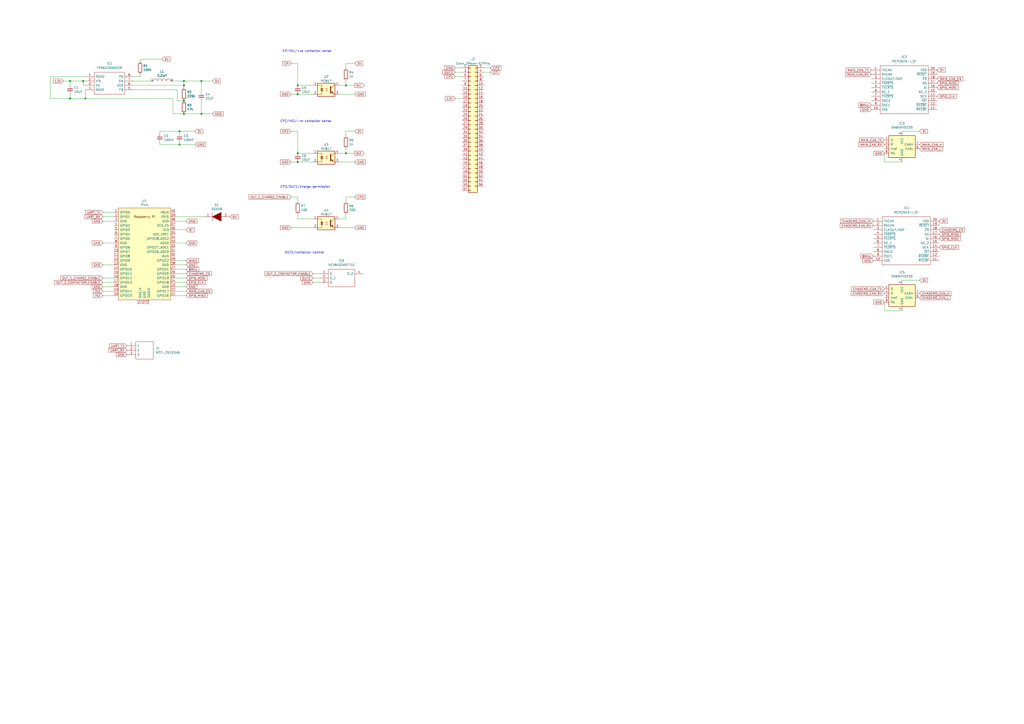
<source format=kicad_sch>
(kicad_sch (version 20230121) (generator eeschema)
  (paper "A2")
  (lib_symbols
    (symbol "Connector:M22-2510346" (pin_names (offset 0.762))
      (property "Reference" "J" (at 16.51 7.62 0))
      (property "Value" "M22-2510346" (at 16.51 5.08 0))
      (symbol "M22-2510346_0_0"
        (pin passive line (at 0 0 0) (length 5.08) (name "1") (number "1"))
        (pin passive line (at 0 -2.54 0) (length 5.08) (name "2") (number "2"))
        (pin passive line (at 0 -5.08 0) (length 5.08) (name "3") (number "3"))
      )
      (symbol "M22-2510346_0_1"
        (polyline (pts (xy 5.08 2.54) (xy 15.24 2.54) (xy 15.24 -7.62) (xy 5.08 -7.62) (xy 5.08 2.54)) (stroke (width 0.1524)))
      )
    )
    (symbol "Connector_Generic:Conn_2Rows-57Pins" (pin_names (offset 1.016) hide)
      (property "Reference" "J" (at 1.27 38.1 0))
      (property "Value" "Conn_2Rows-57Pins" (at 1.27 -38.1 0))
      (symbol "Conn_2Rows-57Pins_1_1"
        (rectangle (start -1.27 -35.433) (end 0 -35.687) (stroke (width 0.1524)))
        (rectangle (start -1.27 -32.893) (end 0 -33.147) (stroke (width 0.1524)))
        (rectangle (start -1.27 -30.353) (end 0 -30.607) (stroke (width 0.1524)))
        (rectangle (start -1.27 -27.813) (end 0 -28.067) (stroke (width 0.1524)))
        (rectangle (start -1.27 -25.273) (end 0 -25.527) (stroke (width 0.1524)))
        (rectangle (start -1.27 -22.733) (end 0 -22.987) (stroke (width 0.1524)))
        (rectangle (start -1.27 -20.193) (end 0 -20.447) (stroke (width 0.1524)))
        (rectangle (start -1.27 -17.653) (end 0 -17.907) (stroke (width 0.1524)))
        (rectangle (start -1.27 -15.113) (end 0 -15.367) (stroke (width 0.1524)))
        (rectangle (start -1.27 -12.573) (end 0 -12.827) (stroke (width 0.1524)))
        (rectangle (start -1.27 -10.033) (end 0 -10.287) (stroke (width 0.1524)))
        (rectangle (start -1.27 -7.493) (end 0 -7.747) (stroke (width 0.1524)))
        (rectangle (start -1.27 -4.953) (end 0 -5.207) (stroke (width 0.1524)))
        (rectangle (start -1.27 -2.413) (end 0 -2.667) (stroke (width 0.1524)))
        (rectangle (start -1.27 0.127) (end 0 -0.127) (stroke (width 0.1524)))
        (rectangle (start -1.27 2.667) (end 0 2.413) (stroke (width 0.1524)))
        (rectangle (start -1.27 5.207) (end 0 4.953) (stroke (width 0.1524)))
        (rectangle (start -1.27 7.747) (end 0 7.493) (stroke (width 0.1524)))
        (rectangle (start -1.27 10.287) (end 0 10.033) (stroke (width 0.1524)))
        (rectangle (start -1.27 12.827) (end 0 12.573) (stroke (width 0.1524)))
        (rectangle (start -1.27 15.367) (end 0 15.113) (stroke (width 0.1524)))
        (rectangle (start -1.27 17.907) (end 0 17.653) (stroke (width 0.1524)))
        (rectangle (start -1.27 20.447) (end 0 20.193) (stroke (width 0.1524)))
        (rectangle (start -1.27 22.987) (end 0 22.733) (stroke (width 0.1524)))
        (rectangle (start -1.27 25.527) (end 0 25.273) (stroke (width 0.1524)))
        (rectangle (start -1.27 28.067) (end 0 27.813) (stroke (width 0.1524)))
        (rectangle (start -1.27 30.607) (end 0 30.353) (stroke (width 0.1524)))
        (rectangle (start -1.27 33.147) (end 0 32.893) (stroke (width 0.1524)))
        (rectangle (start -1.27 35.687) (end 0 35.433) (stroke (width 0.1524)))
        (rectangle (start -1.27 36.83) (end 3.81 -36.83) (stroke (width 0.254)) (fill (type background)))
        (rectangle (start 3.81 -32.893) (end 2.54 -33.147) (stroke (width 0.1524)))
        (rectangle (start 3.81 -30.353) (end 2.54 -30.607) (stroke (width 0.1524)))
        (rectangle (start 3.81 -27.813) (end 2.54 -28.067) (stroke (width 0.1524)))
        (rectangle (start 3.81 -25.273) (end 2.54 -25.527) (stroke (width 0.1524)))
        (rectangle (start 3.81 -22.733) (end 2.54 -22.987) (stroke (width 0.1524)))
        (rectangle (start 3.81 -20.193) (end 2.54 -20.447) (stroke (width 0.1524)))
        (rectangle (start 3.81 -17.653) (end 2.54 -17.907) (stroke (width 0.1524)))
        (rectangle (start 3.81 -15.113) (end 2.54 -15.367) (stroke (width 0.1524)))
        (rectangle (start 3.81 -12.573) (end 2.54 -12.827) (stroke (width 0.1524)))
        (rectangle (start 3.81 -10.033) (end 2.54 -10.287) (stroke (width 0.1524)))
        (rectangle (start 3.81 -7.493) (end 2.54 -7.747) (stroke (width 0.1524)))
        (rectangle (start 3.81 -4.953) (end 2.54 -5.207) (stroke (width 0.1524)))
        (rectangle (start 3.81 -2.413) (end 2.54 -2.667) (stroke (width 0.1524)))
        (rectangle (start 3.81 0.127) (end 2.54 -0.127) (stroke (width 0.1524)))
        (rectangle (start 3.81 2.667) (end 2.54 2.413) (stroke (width 0.1524)))
        (rectangle (start 3.81 5.207) (end 2.54 4.953) (stroke (width 0.1524)))
        (rectangle (start 3.81 7.747) (end 2.54 7.493) (stroke (width 0.1524)))
        (rectangle (start 3.81 10.287) (end 2.54 10.033) (stroke (width 0.1524)))
        (rectangle (start 3.81 12.827) (end 2.54 12.573) (stroke (width 0.1524)))
        (rectangle (start 3.81 15.367) (end 2.54 15.113) (stroke (width 0.1524)))
        (rectangle (start 3.81 17.907) (end 2.54 17.653) (stroke (width 0.1524)))
        (rectangle (start 3.81 20.447) (end 2.54 20.193) (stroke (width 0.1524)))
        (rectangle (start 3.81 22.987) (end 2.54 22.733) (stroke (width 0.1524)))
        (rectangle (start 3.81 25.527) (end 2.54 25.273) (stroke (width 0.1524)))
        (rectangle (start 3.81 28.067) (end 2.54 27.813) (stroke (width 0.1524)))
        (rectangle (start 3.81 30.607) (end 2.54 30.353) (stroke (width 0.1524)))
        (rectangle (start 3.81 33.147) (end 2.54 32.893) (stroke (width 0.1524)))
        (rectangle (start 3.81 35.687) (end 2.54 35.433) (stroke (width 0.1524)))
        (pin passive line (at -5.08 35.56 0) (length 3.81) (name "Pin_1") (number "1"))
        (pin passive line (at 7.62 25.4 180) (length 3.81) (name "Pin_10") (number "10"))
        (pin passive line (at -5.08 22.86 0) (length 3.81) (name "Pin_11") (number "11"))
        (pin passive line (at 7.62 22.86 180) (length 3.81) (name "Pin_12") (number "12"))
        (pin passive line (at -5.08 20.32 0) (length 3.81) (name "Pin_13") (number "13"))
        (pin passive line (at 7.62 20.32 180) (length 3.81) (name "Pin_14") (number "14"))
        (pin passive line (at -5.08 17.78 0) (length 3.81) (name "Pin_15") (number "15"))
        (pin passive line (at 7.62 17.78 180) (length 3.81) (name "Pin_16") (number "16"))
        (pin passive line (at -5.08 15.24 0) (length 3.81) (name "Pin_17") (number "17"))
        (pin passive line (at 7.62 15.24 180) (length 3.81) (name "Pin_18") (number "18"))
        (pin passive line (at -5.08 12.7 0) (length 3.81) (name "Pin_19") (number "19"))
        (pin passive line (at 7.62 35.56 180) (length 3.81) (name "Pin_2") (number "2"))
        (pin passive line (at 7.62 12.7 180) (length 3.81) (name "Pin_20") (number "20"))
        (pin passive line (at -5.08 10.16 0) (length 3.81) (name "Pin_21") (number "21"))
        (pin passive line (at 7.62 10.16 180) (length 3.81) (name "Pin_22") (number "22"))
        (pin passive line (at -5.08 7.62 0) (length 3.81) (name "Pin_23") (number "23"))
        (pin passive line (at 7.62 7.62 180) (length 3.81) (name "Pin_24") (number "24"))
        (pin passive line (at -5.08 5.08 0) (length 3.81) (name "Pin_25") (number "25"))
        (pin passive line (at 7.62 5.08 180) (length 3.81) (name "Pin_26") (number "26"))
        (pin passive line (at -5.08 2.54 0) (length 3.81) (name "Pin_27") (number "27"))
        (pin passive line (at 7.62 2.54 180) (length 3.81) (name "Pin_28") (number "28"))
        (pin passive line (at -5.08 0 0) (length 3.81) (name "Pin_29") (number "29"))
        (pin passive line (at -5.08 33.02 0) (length 3.81) (name "Pin_3") (number "3"))
        (pin passive line (at 7.62 0 180) (length 3.81) (name "Pin_30") (number "30"))
        (pin passive line (at -5.08 -2.54 0) (length 3.81) (name "Pin_31") (number "31"))
        (pin passive line (at 7.62 -2.54 180) (length 3.81) (name "Pin_32") (number "32"))
        (pin passive line (at -5.08 -5.08 0) (length 3.81) (name "Pin_33") (number "33"))
        (pin passive line (at 7.62 -5.08 180) (length 3.81) (name "Pin_34") (number "34"))
        (pin passive line (at -5.08 -7.62 0) (length 3.81) (name "Pin_35") (number "35"))
        (pin passive line (at 7.62 -7.62 180) (length 3.81) (name "Pin_36") (number "36"))
        (pin passive line (at -5.08 -10.16 0) (length 3.81) (name "Pin_37") (number "37"))
        (pin passive line (at 7.62 -10.16 180) (length 3.81) (name "Pin_38") (number "38"))
        (pin passive line (at -5.08 -12.7 0) (length 3.81) (name "Pin_39") (number "39"))
        (pin passive line (at 7.62 33.02 180) (length 3.81) (name "Pin_4") (number "4"))
        (pin passive line (at 7.62 -12.7 180) (length 3.81) (name "Pin_40") (number "40"))
        (pin passive line (at -5.08 -15.24 0) (length 3.81) (name "Pin_41") (number "41"))
        (pin passive line (at 7.62 -15.24 180) (length 3.81) (name "Pin_42") (number "42"))
        (pin passive line (at -5.08 -17.78 0) (length 3.81) (name "Pin_43") (number "43"))
        (pin passive line (at 7.62 -17.78 180) (length 3.81) (name "Pin_44") (number "44"))
        (pin passive line (at -5.08 -20.32 0) (length 3.81) (name "Pin_45") (number "45"))
        (pin passive line (at 7.62 -20.32 180) (length 3.81) (name "Pin_46") (number "46"))
        (pin passive line (at -5.08 -22.86 0) (length 3.81) (name "Pin_47") (number "47"))
        (pin passive line (at 7.62 -22.86 180) (length 3.81) (name "Pin_48") (number "48"))
        (pin passive line (at -5.08 -25.4 0) (length 3.81) (name "Pin_49") (number "49"))
        (pin passive line (at -5.08 30.48 0) (length 3.81) (name "Pin_5") (number "5"))
        (pin passive line (at 7.62 -25.4 180) (length 3.81) (name "Pin_50") (number "50"))
        (pin passive line (at -5.08 -27.94 0) (length 3.81) (name "Pin_51") (number "51"))
        (pin passive line (at 7.62 -27.94 180) (length 3.81) (name "Pin_52") (number "52"))
        (pin passive line (at -5.08 -30.48 0) (length 3.81) (name "Pin_53") (number "53"))
        (pin passive line (at 7.62 -30.48 180) (length 3.81) (name "Pin_54") (number "54"))
        (pin passive line (at -5.08 -33.02 0) (length 3.81) (name "Pin_55") (number "55"))
        (pin passive line (at 7.62 -33.02 180) (length 3.81) (name "Pin_56") (number "56"))
        (pin passive line (at -5.08 -35.56 0) (length 3.81) (name "Pin_57") (number "57"))
        (pin passive line (at 7.62 30.48 180) (length 3.81) (name "Pin_6") (number "6"))
        (pin passive line (at -5.08 27.94 0) (length 3.81) (name "Pin_7") (number "7"))
        (pin passive line (at 7.62 27.94 180) (length 3.81) (name "Pin_8") (number "8"))
        (pin passive line (at -5.08 25.4 0) (length 3.81) (name "Pin_9") (number "9"))
      )
    )
    (symbol "Device:C_Small" (pin_numbers hide) (pin_names (offset 0.254) hide)
      (property "Reference" "C" (at 0.254 1.778 0))
      (property "Value" "C_Small" (at 0.254 -2.032 0))
      (symbol "C_Small_0_1"
        (polyline (pts (xy -1.524 -0.508) (xy 1.524 -0.508)) (stroke (width 0.3302)))
        (polyline (pts (xy -1.524 0.508) (xy 1.524 0.508)) (stroke (width 0.3048)))
      )
      (symbol "C_Small_1_1"
        (pin passive line (at 0 2.54 270) (length 2.032) (name "~") (number "1"))
        (pin passive line (at 0 -2.54 90) (length 2.032) (name "~") (number "2"))
      )
    )
    (symbol "Device:R" (pin_numbers hide) (pin_names (offset 0))
      (property "Reference" "R" (at 2.032 0 90))
      (property "Value" "R" (at 0 0 90))
      (symbol "R_0_1"
        (rectangle (start -1.016 -2.54) (end 1.016 2.54) (stroke (width 0.254)))
      )
      (symbol "R_1_1"
        (pin passive line (at 0 3.81 270) (length 1.27) (name "~") (number "1"))
        (pin passive line (at 0 -3.81 90) (length 1.27) (name "~") (number "2"))
      )
    )
    (symbol "Diode:SS54B" (pin_names (offset 0.762))
      (property "Reference" "D" (at 11.43 5.08 0))
      (property "Value" "Diode_SS54B" (at 11.43 2.54 0))
      (symbol "SS54B_0_0"
        (pin passive line (at 0 0 0) (length 5.08) (name "~") (number "1"))
        (pin passive line (at 15.24 0 180) (length 5.08) (name "~") (number "2"))
      )
      (symbol "SS54B_0_1"
        (polyline (pts (xy 5.08 2.54) (xy 5.08 -2.54)) (stroke (width 0.1524)))
        (polyline (pts (xy 5.08 0) (xy 10.16 2.54) (xy 10.16 -2.54) (xy 5.08 0)) (stroke (width 0.254)) (fill (type outline)))
      )
    )
    (symbol "Interface_CAN_LIN:SN65HVD230" (pin_names (offset 1.016))
      (property "Reference" "U" (at -2.54 10.16 0))
      (property "Value" "SN65HVD230" (at -2.54 7.62 0))
      (symbol "SN65HVD230_0_1"
        (rectangle (start -7.62 5.08) (end 7.62 -7.62) (stroke (width 0.254)) (fill (type background)))
      )
      (symbol "SN65HVD230_1_1"
        (pin input line (at -10.16 2.54 0) (length 2.54) (name "D") (number "1"))
        (pin power_in line (at 0 -10.16 90) (length 2.54) (name "GND") (number "2"))
        (pin power_in line (at 0 7.62 270) (length 2.54) (name "VCC") (number "3"))
        (pin output line (at -10.16 0 0) (length 2.54) (name "R") (number "4"))
        (pin output line (at -10.16 -2.54 0) (length 2.54) (name "Vref") (number "5"))
        (pin bidirectional line (at 10.16 -2.54 180) (length 2.54) (name "CANL") (number "6"))
        (pin bidirectional line (at 10.16 0 180) (length 2.54) (name "CANH") (number "7"))
        (pin input line (at -10.16 -5.08 0) (length 2.54) (name "Rs") (number "8"))
      )
    )
    (symbol "Isolator:PC817" (pin_names (offset 1.016))
      (property "Reference" "U" (at -5.08 5.08 0))
      (property "Value" "PC817" (at 0 5.08 0))
      (symbol "PC817_0_1"
        (rectangle (start -5.08 3.81) (end 5.08 -3.81) (stroke (width 0.254)) (fill (type background)))
        (polyline (pts (xy -3.175 -0.635) (xy -1.905 -0.635)) (stroke (width 0.254)))
        (polyline (pts (xy 2.54 0.635) (xy 4.445 2.54)))
        (polyline (pts (xy 4.445 -2.54) (xy 2.54 -0.635)) (fill (type outline)))
        (polyline (pts (xy 4.445 -2.54) (xy 5.08 -2.54)))
        (polyline (pts (xy 4.445 2.54) (xy 5.08 2.54)))
        (polyline (pts (xy -5.08 2.54) (xy -2.54 2.54) (xy -2.54 -0.635)))
        (polyline (pts (xy -2.54 -0.635) (xy -2.54 -2.54) (xy -5.08 -2.54)))
        (polyline (pts (xy 2.54 1.905) (xy 2.54 -1.905) (xy 2.54 -1.905)) (stroke (width 0.508)))
        (polyline (pts (xy -2.54 -0.635) (xy -3.175 0.635) (xy -1.905 0.635) (xy -2.54 -0.635)) (stroke (width 0.254)))
        (polyline (pts (xy -0.508 -0.508) (xy 0.762 -0.508) (xy 0.381 -0.635) (xy 0.381 -0.381) (xy 0.762 -0.508)))
        (polyline (pts (xy -0.508 0.508) (xy 0.762 0.508) (xy 0.381 0.381) (xy 0.381 0.635) (xy 0.762 0.508)))
        (polyline (pts (xy 3.048 -1.651) (xy 3.556 -1.143) (xy 4.064 -2.159) (xy 3.048 -1.651) (xy 3.048 -1.651)) (fill (type outline)))
      )
      (symbol "PC817_1_1"
        (pin passive line (at -7.62 2.54 0) (length 2.54) (name "~") (number "1"))
        (pin passive line (at -7.62 -2.54 0) (length 2.54) (name "~") (number "2"))
        (pin passive line (at 7.62 -2.54 180) (length 2.54) (name "~") (number "3"))
        (pin passive line (at 7.62 2.54 180) (length 2.54) (name "~") (number "4"))
      )
    )
    (symbol "MCU_Module:MCP2515-I_ST" (pin_names (offset 0.762))
      (property "Reference" "IC" (at 34.29 7.62 0))
      (property "Value" "MCP2515-I_ST" (at 34.29 5.08 0))
      (symbol "MCP2515-I_ST_0_0"
        (pin passive line (at 0 0 0) (length 5.08) (name "TXCAN") (number "1"))
        (pin passive line (at 0 -22.86 0) (length 5.08) (name "VSS") (number "10"))
        (pin passive line (at 38.1 -22.86 180) (length 5.08) (name "~{RX1BF}") (number "11"))
        (pin passive line (at 38.1 -20.32 180) (length 5.08) (name "~{RX0BF}") (number "12"))
        (pin passive line (at 38.1 -17.78 180) (length 5.08) (name "~{INT}") (number "13"))
        (pin passive line (at 38.1 -15.24 180) (length 5.08) (name "SCK") (number "14"))
        (pin passive line (at 38.1 -12.7 180) (length 5.08) (name "NC_2") (number "15"))
        (pin passive line (at 38.1 -10.16 180) (length 5.08) (name "SI") (number "16"))
        (pin passive line (at 38.1 -7.62 180) (length 5.08) (name "SO") (number "17"))
        (pin passive line (at 38.1 -5.08 180) (length 5.08) (name "~{CS}") (number "18"))
        (pin passive line (at 38.1 -2.54 180) (length 5.08) (name "~{RESET}") (number "19"))
        (pin passive line (at 0 -2.54 0) (length 5.08) (name "RXCAN") (number "2"))
        (pin passive line (at 38.1 0 180) (length 5.08) (name "VDD") (number "20"))
        (pin passive line (at 0 -5.08 0) (length 5.08) (name "CLKOUT/SOF") (number "3"))
        (pin passive line (at 0 -7.62 0) (length 5.08) (name "~{TX0RTS}") (number "4"))
        (pin passive line (at 0 -10.16 0) (length 5.08) (name "~{TX1RTS}") (number "5"))
        (pin passive line (at 0 -12.7 0) (length 5.08) (name "NC_1") (number "6"))
        (pin passive line (at 0 -15.24 0) (length 5.08) (name "~{TX2RTS}") (number "7"))
        (pin passive line (at 0 -17.78 0) (length 5.08) (name "OSC2") (number "8"))
        (pin passive line (at 0 -20.32 0) (length 5.08) (name "OSC1") (number "9"))
      )
      (symbol "MCP2515-I_ST_0_1"
        (polyline (pts (xy 5.08 2.54) (xy 33.02 2.54) (xy 33.02 -25.4) (xy 5.08 -25.4) (xy 5.08 2.54)) (stroke (width 0.1524)))
      )
    )
    (symbol "MCU_Module:Pico" (pin_names (offset 1.016))
      (property "Reference" "U" (at -13.97 27.94 0))
      (property "Value" "MCU_Module_Pico" (at 0 19.05 0))
      (symbol "Pico_0_0"
        (text "Raspberry Pi" (at 0 21.59 0) (effects (font (size 1.27 1.27))))
      )
      (symbol "Pico_0_1"
        (rectangle (start -15.24 26.67) (end 15.24 -26.67) (fill (type background)))
      )
      (symbol "Pico_1_1"
        (pin bidirectional line (at -17.78 24.13 0) (length 2.54) (name "GPIO0") (number "1"))
        (pin bidirectional line (at -17.78 1.27 0) (length 2.54) (name "GPIO7") (number "10"))
        (pin bidirectional line (at -17.78 -1.27 0) (length 2.54) (name "GPIO8") (number "11"))
        (pin bidirectional line (at -17.78 -3.81 0) (length 2.54) (name "GPIO9") (number "12"))
        (pin power_in line (at -17.78 -6.35 0) (length 2.54) (name "GND") (number "13"))
        (pin bidirectional line (at -17.78 -8.89 0) (length 2.54) (name "GPIO10") (number "14"))
        (pin bidirectional line (at -17.78 -11.43 0) (length 2.54) (name "GPIO11") (number "15"))
        (pin bidirectional line (at -17.78 -13.97 0) (length 2.54) (name "GPIO12") (number "16"))
        (pin bidirectional line (at -17.78 -16.51 0) (length 2.54) (name "GPIO13") (number "17"))
        (pin power_in line (at -17.78 -19.05 0) (length 2.54) (name "GND") (number "18"))
        (pin bidirectional line (at -17.78 -21.59 0) (length 2.54) (name "GPIO14") (number "19"))
        (pin bidirectional line (at -17.78 21.59 0) (length 2.54) (name "GPIO1") (number "2"))
        (pin bidirectional line (at -17.78 -24.13 0) (length 2.54) (name "GPIO15") (number "20"))
        (pin bidirectional line (at 17.78 -24.13 180) (length 2.54) (name "GPIO16") (number "21"))
        (pin bidirectional line (at 17.78 -21.59 180) (length 2.54) (name "GPIO17") (number "22"))
        (pin power_in line (at 17.78 -19.05 180) (length 2.54) (name "GND") (number "23"))
        (pin bidirectional line (at 17.78 -16.51 180) (length 2.54) (name "GPIO18") (number "24"))
        (pin bidirectional line (at 17.78 -13.97 180) (length 2.54) (name "GPIO19") (number "25"))
        (pin bidirectional line (at 17.78 -11.43 180) (length 2.54) (name "GPIO20") (number "26"))
        (pin bidirectional line (at 17.78 -8.89 180) (length 2.54) (name "GPIO21") (number "27"))
        (pin power_in line (at 17.78 -6.35 180) (length 2.54) (name "GND") (number "28"))
        (pin bidirectional line (at 17.78 -3.81 180) (length 2.54) (name "GPIO22") (number "29"))
        (pin power_in line (at -17.78 19.05 0) (length 2.54) (name "GND") (number "3"))
        (pin input line (at 17.78 -1.27 180) (length 2.54) (name "RUN") (number "30"))
        (pin bidirectional line (at 17.78 1.27 180) (length 2.54) (name "GPIO26_ADC0") (number "31"))
        (pin bidirectional line (at 17.78 3.81 180) (length 2.54) (name "GPIO27_ADC1") (number "32"))
        (pin power_in line (at 17.78 6.35 180) (length 2.54) (name "AGND") (number "33"))
        (pin bidirectional line (at 17.78 8.89 180) (length 2.54) (name "GPIO28_ADC2") (number "34"))
        (pin unspecified line (at 17.78 11.43 180) (length 2.54) (name "ADC_VREF") (number "35"))
        (pin unspecified line (at 17.78 13.97 180) (length 2.54) (name "3V3") (number "36"))
        (pin input line (at 17.78 16.51 180) (length 2.54) (name "3V3_EN") (number "37"))
        (pin bidirectional line (at 17.78 19.05 180) (length 2.54) (name "GND") (number "38"))
        (pin unspecified line (at 17.78 21.59 180) (length 2.54) (name "VSYS") (number "39"))
        (pin bidirectional line (at -17.78 16.51 0) (length 2.54) (name "GPIO2") (number "4"))
        (pin unspecified line (at 17.78 24.13 180) (length 2.54) (name "VBUS") (number "40"))
        (pin input line (at -2.54 -29.21 90) (length 2.54) (name "SWCLK") (number "41"))
        (pin power_in line (at 0 -29.21 90) (length 2.54) (name "GND") (number "42"))
        (pin bidirectional line (at 2.54 -29.21 90) (length 2.54) (name "SWDIO") (number "43"))
        (pin bidirectional line (at -17.78 13.97 0) (length 2.54) (name "GPIO3") (number "5"))
        (pin bidirectional line (at -17.78 11.43 0) (length 2.54) (name "GPIO4") (number "6"))
        (pin bidirectional line (at -17.78 8.89 0) (length 2.54) (name "GPIO5") (number "7"))
        (pin power_in line (at -17.78 6.35 0) (length 2.54) (name "GND") (number "8"))
        (pin bidirectional line (at -17.78 3.81 0) (length 2.54) (name "GPIO6") (number "9"))
      )
    )
    (symbol "Transistor_FET:NCV8402ASTT1G" (pin_names (offset 0.762))
      (property "Reference" "IC" (at 21.59 7.62 0))
      (property "Value" "NCV8402ASTT1G" (at 21.59 5.08 0))
      (symbol "NCV8402ASTT1G_0_0"
        (pin passive line (at 0 0 0) (length 5.08) (name "G") (number "1"))
        (pin passive line (at 0 -2.54 0) (length 5.08) (name "D_1") (number "2"))
        (pin passive line (at 0 -5.08 0) (length 5.08) (name "S") (number "3"))
        (pin passive line (at 25.4 0 180) (length 5.08) (name "D_2") (number "4"))
      )
      (symbol "NCV8402ASTT1G_0_1"
        (polyline (pts (xy 5.08 2.54) (xy 20.32 2.54) (xy 20.32 -7.62) (xy 5.08 -7.62) (xy 5.08 2.54)) (stroke (width 0.1524)))
      )
    )
    (symbol "power:TPS62160DGKR" (pin_names (offset 0.762))
      (property "Reference" "IC" (at 24.13 7.62 0))
      (property "Value" "TPS62160DGKR" (at 24.13 5.08 0))
      (symbol "TPS62160DGKR_0_0"
        (pin passive line (at 0 0 0) (length 5.08) (name "PGND") (number "1"))
        (pin passive line (at 0 -2.54 0) (length 5.08) (name "VIN") (number "2"))
        (pin passive line (at 0 -5.08 0) (length 5.08) (name "EN") (number "3"))
        (pin passive line (at 0 -7.62 0) (length 5.08) (name "AGND") (number "4"))
        (pin passive line (at 27.94 -7.62 180) (length 5.08) (name "FB") (number "5"))
        (pin passive line (at 27.94 -5.08 180) (length 5.08) (name "VOS") (number "6"))
        (pin passive line (at 27.94 -2.54 180) (length 5.08) (name "SW") (number "7"))
        (pin passive line (at 27.94 0 180) (length 5.08) (name "PG") (number "8"))
      )
      (symbol "TPS62160DGKR_0_1"
        (polyline (pts (xy 5.08 2.54) (xy 22.86 2.54) (xy 22.86 -10.16) (xy 5.08 -10.16) (xy 5.08 2.54)) (stroke (width 0.1524)))
      )
    )
    (symbol "pspice:INDUCTOR" (pin_numbers hide) (pin_names (offset 0))
      (property "Reference" "L" (at 0 2.54 0))
      (property "Value" "INDUCTOR" (at 0 -1.27 0))
      (symbol "INDUCTOR_0_1"
        (arc (start -2.54 0) (mid -3.81 1.2645) (end -5.08 0))
        (arc (start 0 0) (mid -1.27 1.2645) (end -2.54 0))
        (arc (start 2.54 0) (mid 1.27 1.2645) (end 0 0))
        (arc (start 5.08 0) (mid 3.81 1.2645) (end 2.54 0))
      )
      (symbol "INDUCTOR_1_1"
        (pin input line (at -6.35 0 0) (length 1.27) (name "1") (number "1"))
        (pin input line (at 6.35 0 180) (length 1.27) (name "2") (number "2"))
      )
    )
  )
  (junction (at 200.66 88.9))
  (junction (at 40.64 46.99))
  (junction (at 106.68 66.04))
  (junction (at 106.68 58.42))
  (junction (at 200.66 49.53))
  (junction (at 48.26 46.99))
  (junction (at 172.72 93.98))
  (junction (at 40.64 57.15))
  (junction (at 116.84 46.99))
  (junction (at 106.68 46.99))
  (junction (at 172.72 88.9))
  (junction (at 106.68 49.53))
  (junction (at 49.53 57.15))
  (junction (at 116.84 66.04))
  (junction (at 104.14 76.2))
  (junction (at 172.72 49.53))
  (junction (at 172.72 54.61))
  (junction (at 104.14 83.82))
  (wire (pts (xy 107.95 133.35) (xy 101.6 133.35)))
  (wire (pts (xy 200.66 86.36) (xy 200.66 88.9)))
  (wire (pts (xy 107.95 166.37) (xy 101.6 166.37)))
  (wire (pts (xy 59.69 140.97) (xy 66.04 140.97)))
  (wire (pts (xy 104.14 82.55) (xy 104.14 83.82)))
  (wire (pts (xy 48.26 46.99) (xy 48.26 49.53)))
  (wire (pts (xy 81.28 34.29) (xy 81.28 35.56)))
  (wire (pts (xy 200.66 49.53) (xy 205.74 49.53)))
  (wire (pts (xy 200.66 114.3) (xy 200.66 116.84)))
  (wire (pts (xy 116.84 46.99) (xy 116.84 53.34)))
  (wire (pts (xy 523.24 162.56) (xy 533.4 162.56)))
  (wire (pts (xy 107.95 153.67) (xy 101.6 153.67)))
  (wire (pts (xy 40.64 54.61) (xy 40.64 57.15)))
  (wire (pts (xy 59.69 123.19) (xy 66.04 123.19)))
  (wire (pts (xy 92.71 83.82) (xy 92.71 82.55)))
  (wire (pts (xy 106.68 46.99) (xy 116.84 46.99)))
  (wire (pts (xy 205.74 54.61) (xy 196.85 54.61)))
  (wire (pts (xy 106.68 46.99) (xy 100.33 46.99)))
  (wire (pts (xy 107.95 156.21) (xy 101.6 156.21)))
  (wire (pts (xy 107.95 168.91) (xy 101.6 168.91)))
  (wire (pts (xy 172.72 114.3) (xy 172.72 116.84)))
  (wire (pts (xy 168.91 36.83) (xy 172.72 36.83)))
  (wire (pts (xy 172.72 49.53) (xy 181.61 49.53)))
  (wire (pts (xy 106.68 66.04) (xy 116.84 66.04)))
  (wire (pts (xy 172.72 36.83) (xy 172.72 49.53)))
  (wire (pts (xy 168.91 114.3) (xy 172.72 114.3)))
  (wire (pts (xy 106.68 49.53) (xy 106.68 46.99)))
  (wire (pts (xy 172.72 93.98) (xy 181.61 93.98)))
  (wire (pts (xy 106.68 50.8) (xy 106.68 49.53)))
  (wire (pts (xy 116.84 66.04) (xy 116.84 58.42)))
  (wire (pts (xy 100.33 57.15) (xy 100.33 66.04)))
  (wire (pts (xy 104.14 83.82) (xy 92.71 83.82)))
  (wire (pts (xy 59.69 168.91) (xy 66.04 168.91)))
  (wire (pts (xy 49.53 57.15) (xy 49.53 52.07)))
  (wire (pts (xy 172.72 88.9) (xy 181.61 88.9)))
  (wire (pts (xy 200.66 127) (xy 196.85 127)))
  (wire (pts (xy 205.74 132.08) (xy 196.85 132.08)))
  (wire (pts (xy 59.69 171.45) (xy 66.04 171.45)))
  (wire (pts (xy 100.33 66.04) (xy 106.68 66.04)))
  (wire (pts (xy 168.91 132.08) (xy 181.61 132.08)))
  (wire (pts (xy 40.64 57.15) (xy 49.53 57.15)))
  (wire (pts (xy 168.91 54.61) (xy 172.72 54.61)))
  (wire (pts (xy 40.64 46.99) (xy 48.26 46.99)))
  (wire (pts (xy 200.66 114.3) (xy 205.74 114.3)))
  (wire (pts (xy 107.95 158.75) (xy 101.6 158.75)))
  (wire (pts (xy 264.16 44.45) (xy 267.97 44.45)))
  (wire (pts (xy 49.53 44.45) (xy 29.21 44.45)))
  (wire (pts (xy 200.66 49.53) (xy 196.85 49.53)))
  (wire (pts (xy 29.21 57.15) (xy 40.64 57.15)))
  (wire (pts (xy 29.21 44.45) (xy 29.21 57.15)))
  (wire (pts (xy 59.69 153.67) (xy 66.04 153.67)))
  (wire (pts (xy 544.83 128.27) (xy 544.83 130.81)))
  (wire (pts (xy 172.72 54.61) (xy 181.61 54.61)))
  (wire (pts (xy 200.66 88.9) (xy 196.85 88.9)))
  (wire (pts (xy 513.08 180.34) (xy 513.08 175.26)))
  (wire (pts (xy 523.24 180.34) (xy 513.08 180.34)))
  (wire (pts (xy 264.16 39.37) (xy 267.97 39.37)))
  (wire (pts (xy 168.91 76.2) (xy 172.72 76.2)))
  (wire (pts (xy 116.84 66.04) (xy 123.19 66.04)))
  (wire (pts (xy 200.66 88.9) (xy 205.74 88.9)))
  (wire (pts (xy 107.95 128.27) (xy 101.6 128.27)))
  (wire (pts (xy 101.6 125.73) (xy 118.11 125.73)))
  (wire (pts (xy 107.95 161.29) (xy 101.6 161.29)))
  (wire (pts (xy 59.69 125.73) (xy 66.04 125.73)))
  (wire (pts (xy 36.83 46.99) (xy 40.64 46.99)))
  (wire (pts (xy 77.47 49.53) (xy 106.68 49.53)))
  (wire (pts (xy 181.61 163.83) (xy 185.42 163.83)))
  (wire (pts (xy 200.66 36.83) (xy 205.74 36.83)))
  (wire (pts (xy 284.48 39.37) (xy 280.67 39.37)))
  (wire (pts (xy 104.14 76.2) (xy 113.03 76.2)))
  (wire (pts (xy 172.72 127) (xy 181.61 127)))
  (wire (pts (xy 59.69 163.83) (xy 66.04 163.83)))
  (wire (pts (xy 48.26 49.53) (xy 49.53 49.53)))
  (wire (pts (xy 172.72 76.2) (xy 172.72 88.9)))
  (wire (pts (xy 104.14 77.47) (xy 104.14 76.2)))
  (wire (pts (xy 172.72 124.46) (xy 172.72 127)))
  (wire (pts (xy 200.66 76.2) (xy 200.66 78.74)))
  (wire (pts (xy 107.95 151.13) (xy 101.6 151.13)))
  (wire (pts (xy 543.56 40.64) (xy 543.56 43.18)))
  (wire (pts (xy 77.47 52.07) (xy 102.87 52.07)))
  (wire (pts (xy 77.47 46.99) (xy 87.63 46.99)))
  (wire (pts (xy 59.69 166.37) (xy 66.04 166.37)))
  (wire (pts (xy 205.74 93.98) (xy 196.85 93.98)))
  (wire (pts (xy 181.61 161.29) (xy 185.42 161.29)))
  (wire (pts (xy 49.53 57.15) (xy 100.33 57.15)))
  (wire (pts (xy 48.26 46.99) (xy 49.53 46.99)))
  (wire (pts (xy 200.66 36.83) (xy 200.66 39.37)))
  (wire (pts (xy 93.98 34.29) (xy 81.28 34.29)))
  (wire (pts (xy 264.16 57.15) (xy 267.97 57.15)))
  (wire (pts (xy 92.71 76.2) (xy 104.14 76.2)))
  (wire (pts (xy 513.08 93.98) (xy 513.08 88.9)))
  (wire (pts (xy 200.66 124.46) (xy 200.66 127)))
  (wire (pts (xy 523.24 93.98) (xy 513.08 93.98)))
  (wire (pts (xy 264.16 41.91) (xy 267.97 41.91)))
  (wire (pts (xy 168.91 93.98) (xy 172.72 93.98)))
  (wire (pts (xy 102.87 52.07) (xy 102.87 58.42)))
  (wire (pts (xy 116.84 46.99) (xy 123.19 46.99)))
  (wire (pts (xy 107.95 171.45) (xy 101.6 171.45)))
  (wire (pts (xy 284.48 41.91) (xy 280.67 41.91)))
  (wire (pts (xy 92.71 77.47) (xy 92.71 76.2)))
  (wire (pts (xy 181.61 158.75) (xy 185.42 158.75)))
  (wire (pts (xy 81.28 44.45) (xy 81.28 43.18)))
  (wire (pts (xy 59.69 128.27) (xy 66.04 128.27)))
  (wire (pts (xy 200.66 46.99) (xy 200.66 49.53)))
  (wire (pts (xy 523.24 76.2) (xy 533.4 76.2)))
  (wire (pts (xy 102.87 58.42) (xy 106.68 58.42)))
  (wire (pts (xy 107.95 140.97) (xy 101.6 140.97)))
  (wire (pts (xy 200.66 76.2) (xy 205.74 76.2)))
  (wire (pts (xy 107.95 163.83) (xy 101.6 163.83)))
  (wire (pts (xy 77.47 44.45) (xy 81.28 44.45)))
  (wire (pts (xy 40.64 49.53) (xy 40.64 46.99)))
  (wire (pts (xy 113.03 83.82) (xy 104.14 83.82)))
  (wire (pts (xy 59.69 161.29) (xy 66.04 161.29)))
  (text "CP/IN1/+ve contactor sense" (at 163.83 30.48 0) (effects (font (size 1.27 1.27)) (justify left bottom)))
  (text "OUT2/contactor control" (at 165.1 147.32 0) (effects (font (size 1.27 1.27)) (justify left bottom)))
  (text "CP3/OUT1/charge permission" (at 162.56 109.22 0) (effects (font (size 1.27 1.27)) (justify left bottom)))
  (text "CP2/IN2/-ve contactor sense" (at 162.56 71.12 0) (effects (font (size 1.27 1.27)) (justify left bottom)))
  (global_label "UART_RX" (shape input) (at 73.66 203.2 180) (property "Intersheetrefs" "${INTERSHEET_REFS}" (effects hide)))
  (global_label "SPI0_MISO" (shape input) (at 544.83 135.89 0) (property "Intersheetrefs" "${INTERSHEET_REFS}" (effects hide)))
  (global_label "GND" (shape input) (at 107.95 128.27 0) (property "Intersheetrefs" "${INTERSHEET_REFS}" (effects hide)))
  (global_label "5V" (shape input) (at 133.35 125.73 0) (property "Intersheetrefs" "${INTERSHEET_REFS}" (effects hide)))
  (global_label "GND" (shape input) (at 513.08 175.26 180) (property "Intersheetrefs" "${INTERSHEET_REFS}" (effects hide)))
  (global_label "IN2" (shape input) (at 59.69 171.45 180) (property "Intersheetrefs" "${INTERSHEET_REFS}" (effects hide)))
  (global_label "MAIN_CAN_TX" (shape input) (at 505.46 40.64 180) (property "Intersheetrefs" "${INTERSHEET_REFS}" (effects hide)))
  (global_label "GND" (shape input) (at 123.19 66.04 0) (property "Intersheetrefs" "${INTERSHEET_REFS}" (effects hide)))
  (global_label "CP" (shape input) (at 284.48 41.91 0) (property "Intersheetrefs" "${INTERSHEET_REFS}" (effects hide)))
  (global_label "3V" (shape input) (at 544.83 128.27 0) (property "Intersheetrefs" "${INTERSHEET_REFS}" (effects hide)))
  (global_label "OUT_1_CHARGE_ENABLE" (shape input) (at 168.91 114.3 180) (property "Intersheetrefs" "${INTERSHEET_REFS}" (effects hide)))
  (global_label "CP2" (shape input) (at 168.91 76.2 180) (property "Intersheetrefs" "${INTERSHEET_REFS}" (effects hide)))
  (global_label "CP" (shape input) (at 168.91 36.83 180) (property "Intersheetrefs" "${INTERSHEET_REFS}" (effects hide)))
  (global_label "MAIN_CAN_RX" (shape input) (at 513.08 83.82 180) (property "Intersheetrefs" "${INTERSHEET_REFS}" (effects hide)))
  (global_label "CHADEMO_CS" (shape input) (at 544.83 133.35 0) (property "Intersheetrefs" "${INTERSHEET_REFS}" (effects hide)))
  (global_label "5V" (shape input) (at 93.98 34.29 0) (property "Intersheetrefs" "${INTERSHEET_REFS}" (effects hide)))
  (global_label "IN1" (shape input) (at 59.69 168.91 180) (property "Intersheetrefs" "${INTERSHEET_REFS}" (effects hide)))
  (global_label "GND" (shape input) (at 205.74 54.61 0) (property "Intersheetrefs" "${INTERSHEET_REFS}" (effects hide)))
  (global_label "IN1" (shape output) (at 205.74 49.53 0) (property "Intersheetrefs" "${INTERSHEET_REFS}" (effects hide)))
  (global_label "GND" (shape input) (at 264.16 39.37 180) (property "Intersheetrefs" "${INTERSHEET_REFS}" (effects hide)))
  (global_label "GND" (shape input) (at 59.69 153.67 180) (property "Intersheetrefs" "${INTERSHEET_REFS}" (effects hide)))
  (global_label "SPI0_MISO" (shape input) (at 107.95 171.45 0) (property "Intersheetrefs" "${INTERSHEET_REFS}" (effects hide)))
  (global_label "OUT_2_CONTACTOR_ENABLE" (shape input) (at 59.69 163.83 180) (property "Intersheetrefs" "${INTERSHEET_REFS}" (effects hide)))
  (global_label "GND" (shape input) (at 113.03 83.82 0) (property "Intersheetrefs" "${INTERSHEET_REFS}" (effects hide)))
  (global_label "CHADEMO_CAN_L" (shape input) (at 533.4 172.72 0) (property "Intersheetrefs" "${INTERSHEET_REFS}" (effects hide)))
  (global_label "MAIN_CAN_CS" (shape input) (at 543.56 45.72 0) (property "Intersheetrefs" "${INTERSHEET_REFS}" (effects hide)))
  (global_label "CHADEMO_CAN_RX" (shape input) (at 506.73 130.81 180) (property "Intersheetrefs" "${INTERSHEET_REFS}" (effects hide)))
  (global_label "GND" (shape input) (at 107.95 166.37 0) (property "Intersheetrefs" "${INTERSHEET_REFS}" (effects hide)))
  (global_label "CHADEMO_CAN_TX" (shape input) (at 513.08 167.64 180) (property "Intersheetrefs" "${INTERSHEET_REFS}" (effects hide)))
  (global_label "12V" (shape input) (at 36.83 46.99 180) (property "Intersheetrefs" "${INTERSHEET_REFS}" (effects hide)))
  (global_label "OUT_1_CHARGE_ENABLE" (shape input) (at 59.69 161.29 180) (property "Intersheetrefs" "${INTERSHEET_REFS}" (effects hide)))
  (global_label "GND" (shape input) (at 205.74 93.98 0) (property "Intersheetrefs" "${INTERSHEET_REFS}" (effects hide)))
  (global_label "MAIN_CAN_RX" (shape input) (at 505.46 43.18 180) (property "Intersheetrefs" "${INTERSHEET_REFS}" (effects hide)))
  (global_label "IN2" (shape output) (at 205.74 88.9 0) (property "Intersheetrefs" "${INTERSHEET_REFS}" (effects hide)))
  (global_label "GND" (shape input) (at 168.91 132.08 180) (property "Intersheetrefs" "${INTERSHEET_REFS}" (effects hide)))
  (global_label "CHADEMO_CS" (shape input) (at 107.95 158.75 0) (property "Intersheetrefs" "${INTERSHEET_REFS}" (effects hide)))
  (global_label "SPI0_MOSI" (shape input) (at 544.83 138.43 0) (property "Intersheetrefs" "${INTERSHEET_REFS}" (effects hide)))
  (global_label "CP3" (shape input) (at 284.48 39.37 0) (property "Intersheetrefs" "${INTERSHEET_REFS}" (effects hide)))
  (global_label "GND" (shape input) (at 59.69 140.97 180) (property "Intersheetrefs" "${INTERSHEET_REFS}" (effects hide)))
  (global_label "GND" (shape input) (at 506.73 151.13 180) (property "Intersheetrefs" "${INTERSHEET_REFS}" (effects hide)))
  (global_label "SPI0_MOSI" (shape input) (at 107.95 161.29 0) (property "Intersheetrefs" "${INTERSHEET_REFS}" (effects hide)))
  (global_label "8MHz" (shape input) (at 505.46 60.96 180) (property "Intersheetrefs" "${INTERSHEET_REFS}" (effects hide)))
  (global_label "8MHz" (shape input) (at 506.73 148.59 180) (property "Intersheetrefs" "${INTERSHEET_REFS}" (effects hide)))
  (global_label "MAIN_CAN_TX" (shape input) (at 513.08 81.28 180) (property "Intersheetrefs" "${INTERSHEET_REFS}" (effects hide)))
  (global_label "CHADEMO_CAN_RX" (shape input) (at 513.08 170.18 180) (property "Intersheetrefs" "${INTERSHEET_REFS}" (effects hide)))
  (global_label "3V" (shape input) (at 113.03 76.2 0) (property "Intersheetrefs" "${INTERSHEET_REFS}" (effects hide)))
  (global_label "MAIN_CAN_H" (shape input) (at 533.4 83.82 0) (property "Intersheetrefs" "${INTERSHEET_REFS}" (effects hide)))
  (global_label "CHADEMO_CAN_TX" (shape input) (at 506.73 128.27 180) (property "Intersheetrefs" "${INTERSHEET_REFS}" (effects hide)))
  (global_label "CP2" (shape input) (at 264.16 44.45 180) (property "Intersheetrefs" "${INTERSHEET_REFS}" (effects hide)))
  (global_label "SPI0_MISO" (shape input) (at 543.56 48.26 0) (property "Intersheetrefs" "${INTERSHEET_REFS}" (effects hide)))
  (global_label "GND" (shape input) (at 59.69 166.37 180) (property "Intersheetrefs" "${INTERSHEET_REFS}" (effects hide)))
  (global_label "GND" (shape input) (at 505.46 63.5 180) (property "Intersheetrefs" "${INTERSHEET_REFS}" (effects hide)))
  (global_label "3V" (shape input) (at 107.95 133.35 0) (property "Intersheetrefs" "${INTERSHEET_REFS}" (effects hide)))
  (global_label "OUT2" (shape input) (at 264.16 41.91 180) (property "Intersheetrefs" "${INTERSHEET_REFS}" (effects hide)))
  (global_label "GND" (shape input) (at 168.91 54.61 180) (property "Intersheetrefs" "${INTERSHEET_REFS}" (effects hide)))
  (global_label "3V" (shape input) (at 533.4 162.56 0) (property "Intersheetrefs" "${INTERSHEET_REFS}" (effects hide)))
  (global_label "GND" (shape input) (at 181.61 163.83 180) (property "Intersheetrefs" "${INTERSHEET_REFS}" (effects hide)))
  (global_label "GND" (shape input) (at 513.08 88.9 180) (property "Intersheetrefs" "${INTERSHEET_REFS}" (effects hide)))
  (global_label "WAKE" (shape input) (at 107.95 151.13 0) (property "Intersheetrefs" "${INTERSHEET_REFS}" (effects hide)))
  (global_label "12V" (shape input) (at 264.16 57.15 180) (property "Intersheetrefs" "${INTERSHEET_REFS}" (effects hide)))
  (global_label "3V" (shape input) (at 543.56 40.64 0) (property "Intersheetrefs" "${INTERSHEET_REFS}" (effects hide)))
  (global_label "GND" (shape input) (at 107.95 140.97 0) (property "Intersheetrefs" "${INTERSHEET_REFS}" (effects hide)))
  (global_label "CP3" (shape input) (at 205.74 114.3 0) (property "Intersheetrefs" "${INTERSHEET_REFS}" (effects hide)))
  (global_label "GND" (shape input) (at 59.69 128.27 180) (property "Intersheetrefs" "${INTERSHEET_REFS}" (effects hide)))
  (global_label "MAIN_CAN_CS" (shape input) (at 107.95 168.91 0) (property "Intersheetrefs" "${INTERSHEET_REFS}" (effects hide)))
  (global_label "CHADEMO_CAN_H" (shape input) (at 533.4 170.18 0) (property "Intersheetrefs" "${INTERSHEET_REFS}" (effects hide)))
  (global_label "GND" (shape input) (at 73.66 205.74 180) (property "Intersheetrefs" "${INTERSHEET_REFS}" (effects hide)))
  (global_label "8MHz" (shape input) (at 107.95 156.21 0) (property "Intersheetrefs" "${INTERSHEET_REFS}" (effects hide)))
  (global_label "MAIN_CAN_L" (shape input) (at 533.4 86.36 0) (property "Intersheetrefs" "${INTERSHEET_REFS}" (effects hide)))
  (global_label "SPI0_CLK" (shape input) (at 544.83 143.51 0) (property "Intersheetrefs" "${INTERSHEET_REFS}" (effects hide)))
  (global_label "UART_TX" (shape input) (at 73.66 200.66 180) (property "Intersheetrefs" "${INTERSHEET_REFS}" (effects hide)))
  (global_label "UART_TX" (shape input) (at 59.69 123.19 180) (property "Intersheetrefs" "${INTERSHEET_REFS}" (effects hide)))
  (global_label "OUT_2_CONTACTOR_ENABLE" (shape input) (at 181.61 158.75 180) (property "Intersheetrefs" "${INTERSHEET_REFS}" (effects hide)))
  (global_label "3V" (shape input) (at 533.4 76.2 0) (property "Intersheetrefs" "${INTERSHEET_REFS}" (effects hide)))
  (global_label "3V" (shape input) (at 205.74 36.83 0) (property "Intersheetrefs" "${INTERSHEET_REFS}" (effects hide)))
  (global_label "3V" (shape input) (at 205.74 76.2 0) (property "Intersheetrefs" "${INTERSHEET_REFS}" (effects hide)))
  (global_label "UART_RX" (shape input) (at 59.69 125.73 180) (property "Intersheetrefs" "${INTERSHEET_REFS}" (effects hide)))
  (global_label "SPI0_MOSI" (shape input) (at 543.56 50.8 0) (property "Intersheetrefs" "${INTERSHEET_REFS}" (effects hide)))
  (global_label "GND" (shape input) (at 205.74 132.08 0) (property "Intersheetrefs" "${INTERSHEET_REFS}" (effects hide)))
  (global_label "OUT2" (shape input) (at 181.61 161.29 180) (property "Intersheetrefs" "${INTERSHEET_REFS}" (effects hide)))
  (global_label "5V" (shape input) (at 123.19 46.99 0) (property "Intersheetrefs" "${INTERSHEET_REFS}" (effects hide)))
  (global_label "GND" (shape input) (at 107.95 153.67 0) (property "Intersheetrefs" "${INTERSHEET_REFS}" (effects hide)))
  (global_label "GND" (shape input) (at 168.91 93.98 180) (property "Intersheetrefs" "${INTERSHEET_REFS}" (effects hide)))
  (global_label "SPI0_CLK" (shape input) (at 543.56 55.88 0) (property "Intersheetrefs" "${INTERSHEET_REFS}" (effects hide)))
  (global_label "SPI0_CLK" (shape input) (at 107.95 163.83 0) (property "Intersheetrefs" "${INTERSHEET_REFS}" (effects hide)))
  (symbol (lib_id "Device:R") (at 106.68 54.61 0) (unit 1)
    (property "Reference" "R2" (at 108.458 53.4416 0) (effects (justify left)))
    (property "Value" "220k" (at 108.458 55.753 0) (effects (justify left)))
    (property "Footprint" "Resistor_SMD:R_0805_2012Metric" (effects hide))
  )
  (symbol (lib_id "Connector_Generic:Conn_2Rows-57Pins") (at 273.05 74.93 0) (unit 1)
    (property "Reference" "J2" (at 274.32 34.29 0))
    (property "Value" "Conn_2Rows-57Pins" (at 274.32 36.83 0))
    (property "Footprint" "Connector:delphi56" (effects hide))
  )
  (symbol (lib_id "Device:R") (at 200.66 82.55 0) (unit 1)
    (property "Reference" "R5" (at 202.438 81.3816 0) (effects (justify left)))
    (property "Value" "1k" (at 202.438 83.693 0) (effects (justify left)))
    (property "Footprint" "Resistor_SMD:R_0805_2012Metric" (effects hide))
  )
  (symbol (lib_id "Device:R") (at 200.66 43.18 0) (unit 1)
    (property "Reference" "R4" (at 202.438 42.0116 0) (effects (justify left)))
    (property "Value" "1k" (at 202.438 44.323 0) (effects (justify left)))
    (property "Footprint" "Resistor_SMD:R_0805_2012Metric" (effects hide))
  )
  (symbol (lib_id "MCU_Module:Pico") (at 83.82 147.32 0) (unit 1)
    (property "Reference" "U1" (at 83.82 116.459 0))
    (property "Value" "Pico" (at 83.82 118.7704 0))
    (property "Footprint" "Module:RPi_Pico_SMD_TH" (effects hide))
  )
  (symbol (lib_id "pspice:INDUCTOR") (at 93.98 46.99 0) (unit 1)
    (property "Reference" "L1" (at 93.98 41.529 0))
    (property "Value" "2.2uH" (at 93.98 43.8404 0))
    (property "Footprint" "Inductor_SMD:NR6028T220M" (effects hide))
  )
  (symbol (lib_id "MCU_Module:MCP2515-I_ST") (at 505.46 40.64 0) (unit 1)
    (property "Reference" "IC2" (at 524.51 33.02 0))
    (property "Value" "MCP2515-I_ST" (at 524.51 35.56 0))
    (property "Footprint" "SOP65P640X120-20N" (effects hide))
    (property "Datasheet" "https://datasheet.datasheetarchive.com/originals/distributors/SFDatasheet-4/sf-00090060.pdf" (effects hide))
    (property "Description" "CAN controller with SPI interface" (effects hide))
    (property "Height" "1.2" (effects hide))
    (property "Manufacturer_Name" "Microchip" (effects hide))
    (property "Manufacturer_Part_Number" "MCP2515-I/ST" (effects hide))
  )
  (symbol (lib_id "power:TPS62160DGKR") (at 49.53 44.45 0) (unit 1)
    (property "Reference" "IC1" (at 63.5 36.83 0))
    (property "Value" "TPS62160DGKR" (at 63.5 39.37 0))
    (property "Footprint" "SOP65P490X110-8N" (effects hide))
    (property "Datasheet" "http://www.ti.com/lit/ds/symlink/tps62160.pdf" (effects hide))
    (property "Description" "Switching Voltage Regulators 3V-17V 1A Step-Down Converter" (effects hide))
    (property "Height" "1.1" (effects hide))
    (property "Manufacturer_Name" "Texas Instruments" (effects hide))
    (property "Manufacturer_Part_Number" "TPS62160DGKR" (effects hide))
    (property "Mouser Part Number" "595-TPS62160DGKR" (effects hide))
    (property "Mouser Price/Stock" "https://www.mouser.co.uk/ProductDetail/Texas-Instruments/TPS62160DGKR?qs=2UFnnMkojnUsiNxEDO710Q%3D%3D" (effects hide))
    (property "Arrow Part Number" "TPS62160DGKR" (effects hide))
    (property "Arrow Price/Stock" "https://www.arrow.com/en/products/tps62160dgkr/texas-instruments?region=nac" (effects hide))
  )
  (symbol (lib_id "Device:C_Small") (at 104.14 80.01 0) (unit 1)
    (property "Reference" "C3" (at 106.4768 78.8416 0) (effects (justify left)))
    (property "Value" "100nF" (at 106.4768 81.153 0) (effects (justify left)))
    (property "Footprint" "Capacitor_SMD:C_0603_1608Metric" (effects hide))
  )
  (symbol (lib_id "Device:C_Small") (at 172.72 91.44 0) (unit 1)
    (property "Reference" "C6" (at 175.0568 90.2716 0) (effects (justify left)))
    (property "Value" "10uF" (at 175.0568 92.583 0) (effects (justify left)))
    (property "Footprint" "Capacitor_SMD:C_0603_1608Metric" (effects hide))
  )
  (symbol (lib_id "Device:R") (at 81.28 39.37 0) (unit 1)
    (property "Reference" "R1" (at 83.058 38.2016 0) (effects (justify left)))
    (property "Value" "100k" (at 83.058 40.513 0) (effects (justify left)))
    (property "Footprint" "Resistor_SMD:R_0805_2012Metric" (effects hide))
  )
  (symbol (lib_id "Interface_CAN_LIN:SN65HVD230") (at 523.24 83.82 0) (unit 1)
    (property "Reference" "IC3" (at 523.24 71.6026 0))
    (property "Value" "SN65HVD230" (at 523.24 73.914 0))
    (property "Footprint" "Package_SO:SOIC-8_3.9x4.9mm_P1.27mm" (effects hide))
    (property "Datasheet" "http://www.ti.com/lit/ds/symlink/sn65hvd230.pdf" (effects hide))
  )
  (symbol (lib_id "Isolator:PC817") (at 189.23 129.54 0) (unit 1)
    (property "Reference" "U4" (at 189.23 121.92 0))
    (property "Value" "PC817" (at 189.23 124.46 0))
    (property "Footprint" "Package_DIP:DIP-4_W7.62mm" (effects hide))
    (property "Datasheet" "http://www.soselectronic.cz/a_info/resource/d/pc817.pdf" (effects hide))
  )
  (symbol (lib_id "Interface_CAN_LIN:SN65HVD230") (at 523.24 170.18 0) (unit 1)
    (property "Reference" "IC5" (at 523.24 157.9626 0))
    (property "Value" "SN65HVD230" (at 523.24 160.274 0))
    (property "Footprint" "Package_SO:SOIC-8_3.9x4.9mm_P1.27mm" (effects hide))
    (property "Datasheet" "http://www.ti.com/lit/ds/symlink/sn65hvd230.pdf" (effects hide))
  )
  (symbol (lib_id "Diode:SS54B") (at 118.11 125.73 0) (unit 1)
    (property "Reference" "D1" (at 125.73 118.9482 0))
    (property "Value" "SS54B" (at 125.73 121.2596 0))
    (property "Footprint" "Diode_SMD:DIOM5336X244N" (effects hide))
    (property "Datasheet" "https://datasheet.datasheetarchive.com/originals/distributors/Datasheets-3/DSA-43270.pdf" (effects hide))
    (property "Description" "HY Electronic Corp SS54B, SMT Rectifier Schottky Diode, 40V 5A, 2-Pin SMB" (effects hide))
    (property "Height" "2.44" (effects hide))
    (property "Manufacturer_Name" "HY Electronic Corp" (effects hide))
    (property "Manufacturer_Part_Number" "SS54B" (effects hide))
  )
  (symbol (lib_id "Device:C_Small") (at 172.72 52.07 0) (unit 1)
    (property "Reference" "C5" (at 175.0568 50.9016 0) (effects (justify left)))
    (property "Value" "10uF" (at 175.0568 53.213 0) (effects (justify left)))
    (property "Footprint" "Capacitor_SMD:C_0603_1608Metric" (effects hide))
  )
  (symbol (lib_id "Device:R") (at 172.72 120.65 0) (unit 1)
    (property "Reference" "R7" (at 174.498 119.4816 0) (effects (justify left)))
    (property "Value" "100" (at 174.498 121.793 0) (effects (justify left)))
    (property "Footprint" "Resistor_SMD:R_0805_2012Metric" (effects hide))
  )
  (symbol (lib_id "Device:C_Small") (at 92.71 80.01 0) (unit 1)
    (property "Reference" "C2" (at 95.0468 78.8416 0) (effects (justify left)))
    (property "Value" "100nF" (at 95.0468 81.153 0) (effects (justify left)))
    (property "Footprint" "Capacitor_SMD:C_0603_1608Metric" (effects hide))
  )
  (symbol (lib_id "Device:C_Small") (at 116.84 55.88 0) (unit 1)
    (property "Reference" "C4" (at 119.1768 54.7116 0) (effects (justify left)))
    (property "Value" "22uF" (at 119.1768 57.023 0) (effects (justify left)))
    (property "Footprint" "Capacitor_SMD:C_0805_2012Metric" (effects hide))
  )
  (symbol (lib_id "Device:R") (at 200.66 120.65 0) (unit 1)
    (property "Reference" "R6" (at 202.438 119.4816 0) (effects (justify left)))
    (property "Value" "200" (at 202.438 121.793 0) (effects (justify left)))
    (property "Footprint" "Resistor_SMD:R_0805_2012Metric" (effects hide))
  )
  (symbol (lib_id "Isolator:PC817") (at 189.23 91.44 0) (unit 1)
    (property "Reference" "U3" (at 189.23 83.82 0))
    (property "Value" "PC817" (at 189.23 86.36 0))
    (property "Footprint" "Package_DIP:DIP-4_W7.62mm" (effects hide))
    (property "Datasheet" "http://www.soselectronic.cz/a_info/resource/d/pc817.pdf" (effects hide))
  )
  (symbol (lib_id "Transistor_FET:NCV8402ASTT1G") (at 185.42 158.75 0) (unit 1)
    (property "Reference" "IC6" (at 198.12 151.13 0))
    (property "Value" "NCV8402ASTT1G" (at 198.12 153.67 0))
    (property "Footprint" "SOT230P700X175-4N" (effects hide))
    (property "Datasheet" "http://www.onsemi.com/pub/Collateral/NCV8402-D.PDF" (effects hide))
    (property "Description" "ON SEMICONDUCTOR - NCV8402ASTT1G - Power MOSFET, AEC-Q101, N Channel, 42 V, 2 A, 0.165 ohm, SOT-223, Surface Mount" (effects hide))
    (property "Height" "1.75" (effects hide))
    (property "Manufacturer_Name" "onsemi" (effects hide))
    (property "Manufacturer_Part_Number" "NCV8402ASTT1G" (effects hide))
    (property "Mouser Part Number" "863-NCV8402ASTT1G" (effects hide))
    (property "Mouser Price/Stock" "https://www.mouser.co.uk/ProductDetail/onsemi/NCV8402ASTT1G?qs=5C9Q4QJFsuPUmgEKjIBRjw%3D%3D" (effects hide))
    (property "Arrow Part Number" "NCV8402ASTT1G" (effects hide))
    (property "Arrow Price/Stock" "https://www.arrow.com/en/products/ncv8402astt1g/on-semiconductor" (effects hide))
  )
  (symbol (lib_id "Connector:M22-2510346") (at 73.66 200.66 0) (unit 1)
    (property "Reference" "J1" (at 90.17 201.9299 0) (effects (justify left)))
    (property "Value" "M22-2510346" (at 90.17 204.4699 0) (effects (justify left)))
    (property "Footprint" "Connector_PinHeader_2.54mm:PinHeader_1x03_P2.54mm_Horizontal" (effects hide))
    (property "Datasheet" "https://cdn.harwin.com/pdfs/M22-251.pdf" (effects hide))
    (property "Description" "2.00mm (0.079\") Pitch SIL Vertical 2.4mm Throughboard Pin Header, 3.5mm mating pin height, tin, 3 contacts" (effects hide))
    (property "Height" "5.25" (effects hide))
    (property "Manufacturer_Name" "Harwin" (effects hide))
    (property "Manufacturer_Part_Number" "M22-2510346" (effects hide))
    (property "Mouser Part Number" "855-M22-2510346" (effects hide))
    (property "Mouser Price/Stock" "https://www.mouser.com/Search/Refine.aspx?Keyword=855-M22-2510346" (effects hide))
  )
  (symbol (lib_id "Device:C_Small") (at 40.64 52.07 0) (unit 1)
    (property "Reference" "C1" (at 42.9768 50.9016 0) (effects (justify left)))
    (property "Value" "10uF" (at 42.9768 53.213 0) (effects (justify left)))
    (property "Footprint" "Capacitor_SMD:C_0603_1608Metric" (effects hide))
  )
  (symbol (lib_id "Device:R") (at 106.68 62.23 0) (unit 1)
    (property "Reference" "R3" (at 108.458 61.0616 0) (effects (justify left)))
    (property "Value" "47k" (at 108.458 63.373 0) (effects (justify left)))
    (property "Footprint" "Resistor_SMD:R_0805_2012Metric" (effects hide))
  )
  (symbol (lib_id "MCU_Module:MCP2515-I_ST") (at 506.73 128.27 0) (unit 1)
    (property "Reference" "IC4" (at 525.78 120.65 0))
    (property "Value" "MCP2515-I_ST" (at 525.78 123.19 0))
    (property "Footprint" "SOP65P640X120-20N" (effects hide))
    (property "Datasheet" "https://datasheet.datasheetarchive.com/originals/distributors/SFDatasheet-4/sf-00090060.pdf" (effects hide))
    (property "Description" "CAN controller with SPI interface" (effects hide))
    (property "Height" "1.2" (effects hide))
    (property "Manufacturer_Name" "Microchip" (effects hide))
    (property "Manufacturer_Part_Number" "MCP2515-I/ST" (effects hide))
  )
  (symbol (lib_id "Isolator:PC817") (at 189.23 52.07 0) (unit 1)
    (property "Reference" "U2" (at 189.23 44.45 0))
    (property "Value" "PC817" (at 189.23 46.99 0))
    (property "Footprint" "Package_DIP:DIP-4_W7.62mm" (effects hide))
    (property "Datasheet" "http://www.soselectronic.cz/a_info/resource/d/pc817.pdf" (effects hide))
  )
)
</source>
